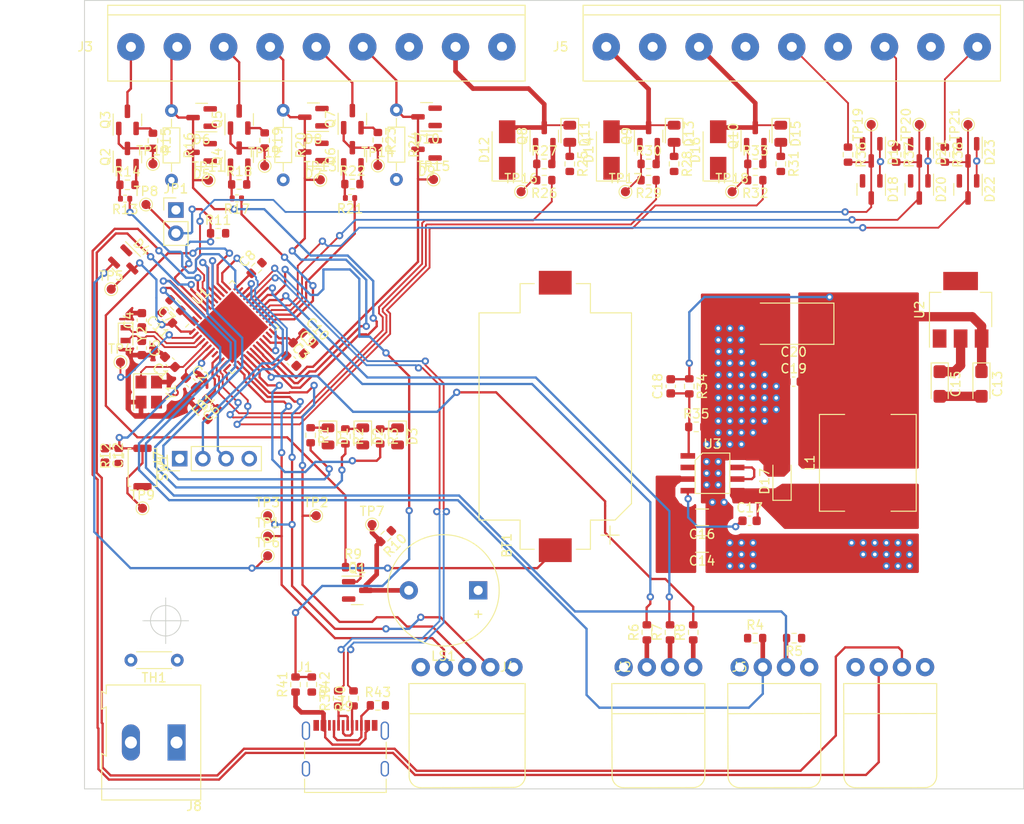
<source format=kicad_pcb>
(kicad_pcb (version 20211014) (generator pcbnew)

  (general
    (thickness 1.6)
  )

  (paper "A4")
  (title_block
    (title "FloatPUMP Basic Boards")
    (date "2022-11-22")
    (rev "1.0")
    (company "www.robtor.de")
  )

  (layers
    (0 "F.Cu" signal)
    (31 "B.Cu" signal)
    (32 "B.Adhes" user "B.Adhesive")
    (33 "F.Adhes" user "F.Adhesive")
    (34 "B.Paste" user)
    (35 "F.Paste" user)
    (36 "B.SilkS" user "B.Silkscreen")
    (37 "F.SilkS" user "F.Silkscreen")
    (38 "B.Mask" user)
    (39 "F.Mask" user)
    (40 "Dwgs.User" user "User.Drawings")
    (41 "Cmts.User" user "User.Comments")
    (42 "Eco1.User" user "User.Eco1")
    (43 "Eco2.User" user "User.Eco2")
    (44 "Edge.Cuts" user)
    (45 "Margin" user)
    (46 "B.CrtYd" user "B.Courtyard")
    (47 "F.CrtYd" user "F.Courtyard")
    (48 "B.Fab" user)
    (49 "F.Fab" user)
    (50 "User.1" user)
    (51 "User.2" user)
    (52 "User.3" user)
    (53 "User.4" user)
    (54 "User.5" user)
    (55 "User.6" user)
    (56 "User.7" user)
    (57 "User.8" user)
    (58 "User.9" user)
  )

  (setup
    (stackup
      (layer "F.SilkS" (type "Top Silk Screen"))
      (layer "F.Paste" (type "Top Solder Paste"))
      (layer "F.Mask" (type "Top Solder Mask") (thickness 0.01))
      (layer "F.Cu" (type "copper") (thickness 0.035))
      (layer "dielectric 1" (type "core") (thickness 1.51) (material "FR4") (epsilon_r 4.5) (loss_tangent 0.02))
      (layer "B.Cu" (type "copper") (thickness 0.035))
      (layer "B.Mask" (type "Bottom Solder Mask") (thickness 0.01))
      (layer "B.Paste" (type "Bottom Solder Paste"))
      (layer "B.SilkS" (type "Bottom Silk Screen"))
      (copper_finish "None")
      (dielectric_constraints no)
    )
    (pad_to_mask_clearance 0)
    (pcbplotparams
      (layerselection 0x00010fc_ffffffff)
      (disableapertmacros false)
      (usegerberextensions false)
      (usegerberattributes true)
      (usegerberadvancedattributes true)
      (creategerberjobfile true)
      (svguseinch false)
      (svgprecision 6)
      (excludeedgelayer true)
      (plotframeref false)
      (viasonmask false)
      (mode 1)
      (useauxorigin false)
      (hpglpennumber 1)
      (hpglpenspeed 20)
      (hpglpendiameter 15.000000)
      (dxfpolygonmode true)
      (dxfimperialunits true)
      (dxfusepcbnewfont true)
      (psnegative false)
      (psa4output false)
      (plotreference true)
      (plotvalue true)
      (plotinvisibletext false)
      (sketchpadsonfab false)
      (subtractmaskfromsilk false)
      (outputformat 1)
      (mirror false)
      (drillshape 1)
      (scaleselection 1)
      (outputdirectory "")
    )
  )

  (net 0 "")
  (net 1 "/cryst1+")
  (net 2 "GND")
  (net 3 "/cryst1-")
  (net 4 "Net-(C3-Pad1)")
  (net 5 "/cryst2+")
  (net 6 "/cryst2-")
  (net 7 "Net-(C6-Pad1)")
  (net 8 "+3V3")
  (net 9 "/VBAT")
  (net 10 "/NRST")
  (net 11 "Net-(D1-Pad1)")
  (net 12 "+3.3V")
  (net 13 "Net-(D2-Pad1)")
  (net 14 "Net-(D3-Pad1)")
  (net 15 "/VB")
  (net 16 "T11")
  (net 17 "T13")
  (net 18 "T15")
  (net 19 "T17")
  (net 20 "Net-(C17-Pad1)")
  (net 21 "+24V")
  (net 22 "T16")
  (net 23 "Net-(C17-Pad2)")
  (net 24 "T20")
  (net 25 "Net-(D11-Pad2)")
  (net 26 "/GPI0")
  (net 27 "/GPI1")
  (net 28 "/GPI2")
  (net 29 "/RRDT")
  (net 30 "/RRCLK")
  (net 31 "/RRSW")
  (net 32 "+5V")
  (net 33 "/I2C1_SDA")
  (net 34 "/I2C1_SCL")
  (net 35 "/USART1_TX")
  (net 36 "/USART1_RX")
  (net 37 "/SWDIO")
  (net 38 "/SWCLK")
  (net 39 "T22")
  (net 40 "Net-(J4-Pad2)")
  (net 41 "Net-(J4-Pad3)")
  (net 42 "Net-(J4-Pad4)")
  (net 43 "unconnected-(J9-PadA8)")
  (net 44 "unconnected-(J9-PadB8)")
  (net 45 "T10")
  (net 46 "T12")
  (net 47 "T14")
  (net 48 "/BOOT0")
  (net 49 "T24")
  (net 50 "T26")
  (net 51 "T28")
  (net 52 "T23")
  (net 53 "Net-(D13-Pad2)")
  (net 54 "Net-(LS1-Pad2)")
  (net 55 "Net-(Q2-Pad1)")
  (net 56 "Net-(Q2-Pad3)")
  (net 57 "Net-(D15-Pad2)")
  (net 58 "Net-(Q8-Pad1)")
  (net 59 "Net-(Q9-Pad1)")
  (net 60 "Net-(Q10-Pad1)")
  (net 61 "/LED0")
  (net 62 "/LED1")
  (net 63 "/LED2")
  (net 64 "/LED5")
  (net 65 "/LED4")
  (net 66 "/LED3")
  (net 67 "/BEEP")
  (net 68 "/MPWR0")
  (net 69 "/MPWR1")
  (net 70 "/MPWR2")
  (net 71 "/OCHAN0")
  (net 72 "/OCHAN1")
  (net 73 "/OCHAN2")
  (net 74 "/usb_conn/U_D-")
  (net 75 "/USB_FS_D-")
  (net 76 "/usb_conn/U_D+")
  (net 77 "/USB_FS_D+")
  (net 78 "/usb_conn/U_VBUS")
  (net 79 "/USB_FS_VBUS")
  (net 80 "/usb_conn/CC")
  (net 81 "Net-(Q1-Pad1)")
  (net 82 "Net-(Q4-Pad1)")
  (net 83 "Net-(Q4-Pad3)")
  (net 84 "Net-(Q6-Pad1)")
  (net 85 "Net-(Q6-Pad3)")
  (net 86 "Net-(C18-Pad1)")
  (net 87 "Net-(TP4-Pad1)")
  (net 88 "Net-(U3-Pad6)")
  (net 89 "Net-(J8-Pad2)")

  (footprint "Package_TO_SOT_SMD:SOT-23" (layer "F.Cu") (at 42.3395 89.49575 90))

  (footprint "Resistor_SMD:R_0603_1608Metric" (layer "F.Cu") (at 48.819451 110.461996 -45))

  (footprint "Resistor_SMD:R_0603_1608Metric" (layer "F.Cu") (at 49.911651 109.395196 -45))

  (footprint "TestPoint:TestPoint_Pad_D1.0mm" (layer "F.Cu") (at 57.531 90.4725))

  (footprint "Resistor_SMD:R_0603_1608Metric" (layer "F.Cu") (at 86.995 141.605 90))

  (footprint "Package_TO_SOT_SMD:SOT-23" (layer "F.Cu") (at 38.227 85.217 180))

  (footprint "Resistor_SMD:R_0603_1608Metric" (layer "F.Cu") (at 57.531 87.6785 -90))

  (footprint "TestPoint:TestPoint_Pad_D1.0mm" (layer "F.Cu") (at 84.648 93.343))

  (footprint "LED_SMD:LED_0805_2012Metric" (layer "F.Cu") (at 89.982 86.993 -90))

  (footprint "Capacitor_SMD:C_0603_1608Metric" (layer "F.Cu") (at 98.2472 129.3876))

  (footprint "Resistor_THT:R_Axial_DIN0204_L3.6mm_D1.6mm_P5.08mm_Horizontal" (layer "F.Cu") (at 35.56 144.653 180))

  (footprint "TestPoint:TestPoint_Pad_D1.0mm" (layer "F.Cu") (at 111.572 85.979 90))

  (footprint "Resistor_SMD:R_0603_1608Metric" (layer "F.Cu") (at 75.758 92.073 180))

  (footprint "Crystal:Crystal_SMD_2012-2Pin_2.0x1.2mm" (layer "F.Cu") (at 29.896451 108.937996 -90))

  (footprint "Resistor_SMD:R_0603_1608Metric" (layer "F.Cu") (at 53.975 120.142 -90))

  (footprint "Diode_SMD:D_SOD-123F" (layer "F.Cu") (at 101.8032 124.9426 90))

  (footprint "Connector_USB:USB_C_Receptacle_Palconn_UTC16-G" (layer "F.Cu") (at 53.975 154.305))

  (footprint "Resistor_THT:R_Axial_DIN0204_L3.6mm_D1.6mm_P7.62mm_Horizontal" (layer "F.Cu") (at 34.925 84.455 -90))

  (footprint "Resistor_SMD:R_0603_1608Metric" (layer "F.Cu") (at 101.666 90.295 -90))

  (footprint "Resistor_SMD:R_0402_1005Metric" (layer "F.Cu") (at 54.483 94.0285 180))

  (footprint "TestPoint:TestPoint_Pad_D1.0mm" (layer "F.Cu") (at 63.627 91.9965))

  (footprint "custom_parts:CAMBLOCK CTB0509-9" (layer "F.Cu") (at 30.48 77.47))

  (footprint "Package_TO_SOT_SMD:SOT-23" (layer "F.Cu") (at 54.737 85.3925 90))

  (footprint "Resistor_SMD:R_0603_1608Metric" (layer "F.Cu") (at 91.6432 114.6556 -90))

  (footprint "Package_TO_SOT_SMD:SOT-23" (layer "F.Cu") (at 98.872 87.247 90))

  (footprint "Capacitor_SMD:C_0603_1608Metric" (layer "F.Cu") (at 38.278451 116.557996 -135))

  (footprint "Resistor_SMD:R_0603_1608Metric" (layer "F.Cu") (at 48.514 147.32 90))

  (footprint "custom_parts:2542R-04" (layer "F.Cu") (at 97.155 145.415))

  (footprint "Package_TO_SOT_SMD:SOT-23" (layer "F.Cu") (at 62.865 85.1385 180))

  (footprint "TestPoint:TestPoint_Pad_D1.0mm" (layer "F.Cu") (at 122.174 85.979 90))

  (footprint "Resistor_SMD:R_0603_1608Metric" (layer "F.Cu") (at 34.4424 107.1372 135))

  (footprint "TestPoint:TestPoint_Pad_D1.0mm" (layer "F.Cu") (at 45.1335 90.51175))

  (footprint "Resistor_SMD:R_0603_1608Metric" (layer "F.Cu") (at 75.758 90.295))

  (footprint "Resistor_SMD:R_0603_1608Metric" (layer "F.Cu") (at 35.357451 105.762996 135))

  (footprint "Package_TO_SOT_SMD:SOT-23" (layer "F.Cu") (at 116.84 93.091 -90))

  (footprint "custom_parts:MP9486A-SOIC-8" (layer "F.Cu") (at 94.1832 124.1806 -90))

  (footprint "Capacitor_Tantalum_SMD:CP_EIA-7343-31_Kemet-D" (layer "F.Cu") (at 103.0732 107.7976 180))

  (footprint "TestPoint:TestPoint_Pad_D1.0mm" (layer "F.Cu") (at 38.989 92.075))

  (footprint "custom_parts:L_MS1040-330M" (layer "F.Cu") (at 111.2012 123.0376 90))

  (footprint "Resistor_SMD:R_0603_1608Metric" (layer "F.Cu") (at 42.3395 92.54375))

  (footprint "Resistor_SMD:R_0603_1608Metric" (layer "F.Cu") (at 119.634 89.281 -90))

  (footprint "Capacitor_SMD:C_0603_1608Metric" (layer "F.Cu") (at 31.674451 110.461996 -90))

  (footprint "TestPoint:TestPoint_Pad_D1.0mm" (layer "F.Cu") (at 31.75 128.016))

  (footprint "Package_TO_SOT_SMD:SOT-23" (layer "F.Cu") (at 42.3395 85.43175 90))

  (footprint "Resistor_SMD:R_0603_1608Metric" (layer "F.Cu") (at 54.8132 134.4676))

  (footprint "Resistor_SMD:R_0603_1608Metric" (layer "F.Cu") (at 57.785 120.142 -90))

  (footprint "TestPoint:TestPoint_Pad_D1.0mm" (layer "F.Cu") (at 73.218 93.343))

  (footprint "Package_TO_SOT_SMD:SOT-23" (layer "F.Cu") (at 62.865 88.6945 180))

  (footprint "Capacitor_SMD:C_0603_1608Metric" (layer "F.Cu") (at 37.048459 114.271996 -45))

  (footprint "Package_TO_SOT_SMD:SOT-23" (layer "F.Cu") (at 30.099 89.535 90))

  (footprint "Package_TO_SOT_SMD:SOT-223-3_TabPin2" (layer "F.Cu") (at 121.3612 106.2736 90))

  (footprint "Battery:BatteryHolder_Keystone_1060_1x2032" (layer "F.Cu") (at 76.962 117.9576 90))

  (footprint "TestPoint:TestPoint_Pad_D1.0mm" (layer "F.Cu") (at 56.896 129.794))

  (footprint "TestPoint:TestPoint_Pad_D1.0mm" (layer "F.Cu") (at 51.2295 92.03575))

  (footprint "TestPoint:TestPoint_Pad_D1.0mm" (layer "F.Cu") (at 50.7746 128.8288))

  (footprint "Capacitor_SMD:C_0603_1608Metric" (layer "F.Cu") (at 89.6112 114.6556 90))

  (footprint "LED_SMD:LED_0805_2012Metric" (layer "F.Cu") (at 52.07 120.142 -90))

  (footprint "Package_TO_SOT_SMD:SOT-23" (layer "F.Cu") (at 50.4675 88.98775 180))

  (footprint "Resistor_SMD:R_0603_1608Metric" (layer "F.Cu") (at 30.099 92.583))

  (footprint "Buzzer_Beeper:Buzzer_12x9.5RM7.6" (layer "F.Cu") (at 68.5192 137.0076 180))

  (footprint "LED_SMD:LED_0805_2012Metric" (layer "F.Cu") (at 59.69 120.142 -90))

  (footprint "Resistor_SMD:R_0603_1608Metric" (layer "F.Cu") (at 50.165 120.015 -90))

  (footprint "Capacitor_SMD:C_0603_1608Metric" (layer "F.Cu") (at 34.762459 111.985996 135))

  (footprint "custom_parts:CAMBLOCK CTB0509-9" (layer "F.Cu") (at 82.55 77.47))

  (footprint "Capacitor_SMD:C_0603_1608Metric" (layer "F.Cu")
    (tedit 5F68FEEE) (tstamp 7769a785-d050-480a-83b6-7b89a714e6a6)
    (at 31.674451 107.413996 90)
    (descr "Capacitor SMD 0603 (1608 Metric), square (rectangular) end terminal, IPC_7351 nominal, (Body size source: IPC-SM-782 page 76, https://www.pcb-3d.com/wordpress/wp-content/uploads/ipc-sm-782a_amendment_1_and_2.pdf), generated with kicad-footprint-generator")
    (tags "capacitor")
    (property "JLCPCB" "C376790")
    (property "Sheetfile" "FloatPUMP.kicad_sch")
    (property "Sheetname" "")
    (path "/00000000-0000-0000-0000-0000636dd6bb")
    (attr smd)
    (fp_text reference "C4" (at 0 -1.43 90) (layer "F.SilkS")
      (effects (font (size 1 1) (thickness
... [436799 chars truncated]
</source>
